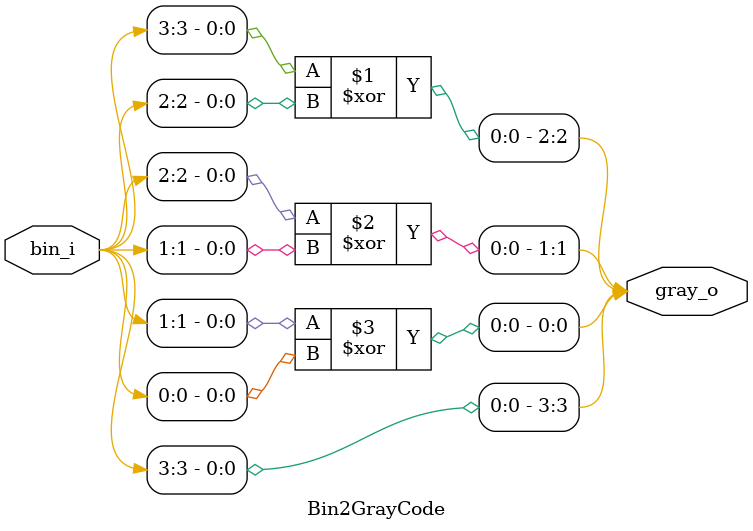
<source format=sv>
module Bin2GrayCode(bin_i,gray_o);
  parameter VEC_W = 4 ;
  
  input  logic[VEC_W-1:0]  bin_i  ;
  output logic[VEC_W-1:0]  gray_o ;
  
  assign gray_o[VEC_W-1] = bin_i[VEC_W-1] ;
  
  genvar x ;
  for (x= VEC_W-2 ; x>=0 ; x--) begin
    assign gray_o[x] = bin_i[x+1] ^ bin_i[x] ;
  end
endmodule
</source>
